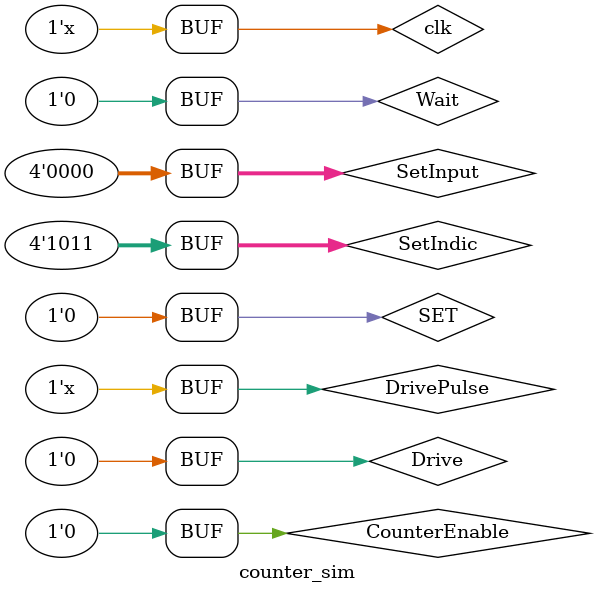
<source format=v>
`timescale 1ps / 1ps


module counter_sim(
    
    ); 
    
    reg DrivePulse=0;
    reg clk=0;
    reg CounterEnable=0;
    reg Wait=0;
    reg Drive=0;
    reg SET=0;
    reg [4:1] SetInput=0;
    reg [4:1] SetIndic=0;
    wire [5:1] Number1;
    wire [5:1] Number2;
    wire [5:1] Number3;
    wire [5:1] Number4;
    wire [5:1] Number5;
    wire [5:1] Number6;
    wire [5:1] Number7;
    wire [5:1] Number8;
        
    Counter countersim(
        DrivePulse,
        clk,
        CounterEnable,
        Wait,
        Drive,
        SET,
        SetInput,
        SetIndic,
        Number1,
        Number2,
        Number3,
        Number4,
        Number5,
        Number6,
        Number7,
        Number8
        );
    
    initial
    begin
    CounterEnable = 1;
    #10 Drive =1;
    #100 Drive =0;
    #10 Wait =1;
    #100 Wait = 0;
    #10 CounterEnable = 0;
    
    #5 SetIndic = 0;
    #5 SetInput = 0;
    #1 SET = 1;
        #1 SET = 0;
    #5 SetIndic = 1;
    #5 SetInput = 0;
    #1 SET = 1;
        #1 SET = 0;
    #5 SetIndic = 2;
    #5 SetInput = 1;
    #1 SET = 1;
        #1 SET = 0;
    #5 SetIndic = 3;
    #5 SetInput = 0;
    #1 SET = 1;
        #1 SET = 0;
    #5 SetIndic = 4;
    #5 SetInput = 0;
    #1 SET = 1;
        #1 SET = 0;
    #5 SetIndic = 5;
    #5 SetInput = 0;
    #1 SET = 1;
        #1 SET = 0;
    #5 SetIndic = 6;
    #5 SetInput = 1;
    #1 SET = 1;
        #1 SET = 0;
    #5 SetIndic = 7;
    #5 SetInput = 0;
    #1 SET = 1;
        #1 SET = 0;
    #5 SetIndic = 8;
    #5 SetInput = 0;
    #1 SET = 1;
        #1 SET = 0;
    #5 SetIndic = 9;
    #5 SetInput = 0;
    #1 SET = 1;
        #1 SET = 0;
    #5 SetIndic = 10;
    #5 SetInput = 1;
    #1 SET = 1;
        #1 SET = 0;
    #5 SetIndic = 11;
    #5 SetInput = 0;
    #1 SET = 1;
        #1 SET = 0;
        
    CounterEnable = 1;
    #10 Drive =1;
    #100 Drive =0;
    #10 Wait =1;
    #100 Wait = 0;
    #10 CounterEnable = 0;
    
    
    
    end
    
    
    always #1 clk = ~clk;
    always #10 DrivePulse = ~DrivePulse;
    
    
    
endmodule

</source>
